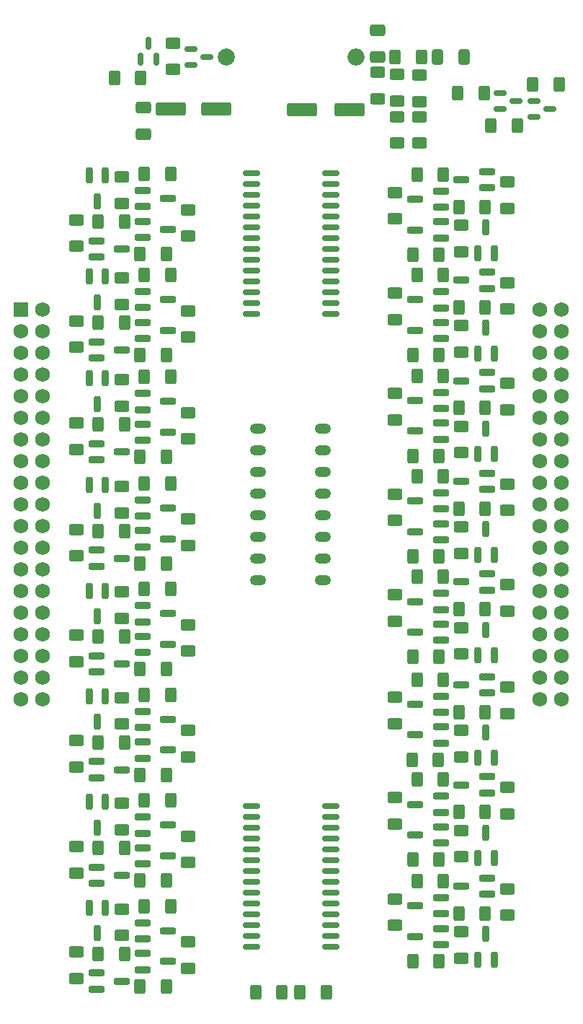
<source format=gbr>
%TF.GenerationSoftware,KiCad,Pcbnew,8.0.6*%
%TF.CreationDate,2024-12-14T19:09:49+00:00*%
%TF.ProjectId,micro,6d696372-6f2e-46b6-9963-61645f706362,rev?*%
%TF.SameCoordinates,Original*%
%TF.FileFunction,Soldermask,Top*%
%TF.FilePolarity,Negative*%
%FSLAX46Y46*%
G04 Gerber Fmt 4.6, Leading zero omitted, Abs format (unit mm)*
G04 Created by KiCad (PCBNEW 8.0.6) date 2024-12-14 19:09:49*
%MOMM*%
%LPD*%
G01*
G04 APERTURE LIST*
G04 Aperture macros list*
%AMRoundRect*
0 Rectangle with rounded corners*
0 $1 Rounding radius*
0 $2 $3 $4 $5 $6 $7 $8 $9 X,Y pos of 4 corners*
0 Add a 4 corners polygon primitive as box body*
4,1,4,$2,$3,$4,$5,$6,$7,$8,$9,$2,$3,0*
0 Add four circle primitives for the rounded corners*
1,1,$1+$1,$2,$3*
1,1,$1+$1,$4,$5*
1,1,$1+$1,$6,$7*
1,1,$1+$1,$8,$9*
0 Add four rect primitives between the rounded corners*
20,1,$1+$1,$2,$3,$4,$5,0*
20,1,$1+$1,$4,$5,$6,$7,0*
20,1,$1+$1,$6,$7,$8,$9,0*
20,1,$1+$1,$8,$9,$2,$3,0*%
G04 Aperture macros list end*
%ADD10RoundRect,0.250000X0.400000X0.625000X-0.400000X0.625000X-0.400000X-0.625000X0.400000X-0.625000X0*%
%ADD11RoundRect,0.250000X-0.400000X-0.625000X0.400000X-0.625000X0.400000X0.625000X-0.400000X0.625000X0*%
%ADD12RoundRect,0.150000X-0.587500X-0.150000X0.587500X-0.150000X0.587500X0.150000X-0.587500X0.150000X0*%
%ADD13RoundRect,0.250000X-0.625000X0.400000X-0.625000X-0.400000X0.625000X-0.400000X0.625000X0.400000X0*%
%ADD14RoundRect,0.200000X-0.200000X0.750000X-0.200000X-0.750000X0.200000X-0.750000X0.200000X0.750000X0*%
%ADD15RoundRect,0.250000X0.625000X-0.400000X0.625000X0.400000X-0.625000X0.400000X-0.625000X-0.400000X0*%
%ADD16RoundRect,0.200000X0.200000X-0.750000X0.200000X0.750000X-0.200000X0.750000X-0.200000X-0.750000X0*%
%ADD17RoundRect,0.102000X-0.762000X-0.762000X0.762000X-0.762000X0.762000X0.762000X-0.762000X0.762000X0*%
%ADD18C,1.728000*%
%ADD19RoundRect,0.200000X-0.750000X-0.200000X0.750000X-0.200000X0.750000X0.200000X-0.750000X0.200000X0*%
%ADD20RoundRect,0.200000X0.750000X0.200000X-0.750000X0.200000X-0.750000X-0.200000X0.750000X-0.200000X0*%
%ADD21RoundRect,0.150000X-0.875000X-0.150000X0.875000X-0.150000X0.875000X0.150000X-0.875000X0.150000X0*%
%ADD22RoundRect,0.250000X-0.412500X-0.650000X0.412500X-0.650000X0.412500X0.650000X-0.412500X0.650000X0*%
%ADD23RoundRect,0.250000X0.650000X-0.412500X0.650000X0.412500X-0.650000X0.412500X-0.650000X-0.412500X0*%
%ADD24O,1.900000X1.200000*%
%ADD25C,2.000000*%
%ADD26O,2.000000X2.000000*%
%ADD27RoundRect,0.250000X-1.500000X-0.550000X1.500000X-0.550000X1.500000X0.550000X-1.500000X0.550000X0*%
%ADD28RoundRect,0.250000X1.500000X0.550000X-1.500000X0.550000X-1.500000X-0.550000X1.500000X-0.550000X0*%
%ADD29RoundRect,0.150000X0.150000X-0.587500X0.150000X0.587500X-0.150000X0.587500X-0.150000X-0.587500X0*%
G04 APERTURE END LIST*
D10*
%TO.C,R108*%
X180537613Y-44600000D03*
X177437613Y-44600000D03*
%TD*%
D11*
%TO.C,R107*%
X172537613Y-49400000D03*
X175637613Y-49400000D03*
%TD*%
D10*
%TO.C,R109*%
X171737613Y-45600000D03*
X168637613Y-45600000D03*
%TD*%
D12*
%TO.C,Q68*%
X175512613Y-46550000D03*
X173637613Y-47500000D03*
X173637613Y-45600000D03*
%TD*%
%TO.C,Q67*%
X179437613Y-47500000D03*
X177562613Y-48450000D03*
X177562613Y-46550000D03*
%TD*%
D13*
%TO.C,R104*%
X174459994Y-138970000D03*
X174459994Y-142070000D03*
%TD*%
D10*
%TO.C,R95*%
X134900000Y-141000000D03*
X131800000Y-141000000D03*
%TD*%
D11*
%TO.C,R22*%
X163859993Y-55170000D03*
X166959993Y-55170000D03*
%TD*%
D13*
%TO.C,R56*%
X174459994Y-91470000D03*
X174459994Y-94570000D03*
%TD*%
%TO.C,R48*%
X129200000Y-91750000D03*
X129200000Y-94850000D03*
%TD*%
D14*
%TO.C,Q59*%
X127250000Y-141200000D03*
X125350000Y-141200000D03*
X126300000Y-144200000D03*
%TD*%
D15*
%TO.C,R66*%
X169059994Y-111420000D03*
X169059994Y-108320000D03*
%TD*%
D16*
%TO.C,Q39*%
X171009994Y-111570000D03*
X172909994Y-111570000D03*
X171959994Y-108570000D03*
%TD*%
D13*
%TO.C,R61*%
X137000000Y-108000000D03*
X137000000Y-111100000D03*
%TD*%
D14*
%TO.C,Q51*%
X127250000Y-128800000D03*
X125350000Y-128800000D03*
X126300000Y-131800000D03*
%TD*%
D13*
%TO.C,R49*%
X137000000Y-95600000D03*
X137000000Y-98700000D03*
%TD*%
D11*
%TO.C,R2*%
X144900000Y-151100000D03*
X148000000Y-151100000D03*
%TD*%
D13*
%TO.C,R73*%
X137000000Y-120400000D03*
X137000000Y-123500000D03*
%TD*%
D15*
%TO.C,R42*%
X169059994Y-87820000D03*
X169059994Y-84720000D03*
%TD*%
D13*
%TO.C,R44*%
X174459994Y-79670000D03*
X174459994Y-82770000D03*
%TD*%
%TO.C,R32*%
X174459994Y-67870000D03*
X174459994Y-70970000D03*
%TD*%
D11*
%TO.C,R89*%
X163359994Y-135570000D03*
X166459994Y-135570000D03*
%TD*%
D17*
%TO.C,U1*%
X117360000Y-70990000D03*
D18*
X119900000Y-70990000D03*
X117360000Y-73530000D03*
X119900000Y-73530000D03*
X117360000Y-76070000D03*
X119900000Y-76070000D03*
X117360000Y-78610000D03*
X119900000Y-78610000D03*
X117360000Y-81150000D03*
X119900000Y-81150000D03*
X117360000Y-83690000D03*
X119900000Y-83690000D03*
X117360000Y-86230000D03*
X119900000Y-86230000D03*
X117360000Y-88770000D03*
X119900000Y-88770000D03*
X117360000Y-91310000D03*
X119900000Y-91310000D03*
X117360000Y-93850000D03*
X119900000Y-93850000D03*
X117360000Y-96390000D03*
X119900000Y-96390000D03*
X117360000Y-98930000D03*
X119900000Y-98930000D03*
X117360000Y-101470000D03*
X119900000Y-101470000D03*
X117360000Y-104010000D03*
X119900000Y-104010000D03*
X117360000Y-106550000D03*
X119900000Y-106550000D03*
X117360000Y-109090000D03*
X119900000Y-109090000D03*
X117360000Y-111630000D03*
X119900000Y-111630000D03*
X117360000Y-114170000D03*
X119900000Y-114170000D03*
X117360000Y-116710000D03*
X119900000Y-116710000D03*
X178320000Y-70990000D03*
X180860000Y-70990000D03*
X178320000Y-73530000D03*
X180860000Y-73530000D03*
X178320000Y-76070000D03*
X180860000Y-76070000D03*
X178320000Y-78610000D03*
X180860000Y-78610000D03*
X178320000Y-81150000D03*
X180860000Y-81150000D03*
X178320000Y-83690000D03*
X180860000Y-83690000D03*
X178320000Y-86230000D03*
X180860000Y-86230000D03*
X178320000Y-88770000D03*
X180860000Y-88770000D03*
X178320000Y-91310000D03*
X180860000Y-91310000D03*
X178320000Y-93850000D03*
X180860000Y-93850000D03*
X178320000Y-96390000D03*
X180860000Y-96390000D03*
X178320000Y-98930000D03*
X180860000Y-98930000D03*
X178320000Y-101470000D03*
X180860000Y-101470000D03*
X178320000Y-104010000D03*
X180860000Y-104010000D03*
X178320000Y-106550000D03*
X180860000Y-106550000D03*
X178320000Y-109090000D03*
X180860000Y-109090000D03*
X178320000Y-111630000D03*
X180860000Y-111630000D03*
X178320000Y-114170000D03*
X180860000Y-114170000D03*
X178320000Y-116710000D03*
X180860000Y-116710000D03*
%TD*%
D19*
%TO.C,Q2*%
X131600000Y-57050000D03*
X131600000Y-58950000D03*
X134600000Y-58000000D03*
%TD*%
D14*
%TO.C,Q43*%
X127250000Y-116400000D03*
X125350000Y-116400000D03*
X126300000Y-119400000D03*
%TD*%
D20*
%TO.C,Q24*%
X166659993Y-86220000D03*
X166659993Y-84320000D03*
X163659993Y-85270000D03*
%TD*%
%TO.C,Q42*%
X172059993Y-103920000D03*
X172059993Y-102020000D03*
X169059993Y-102970000D03*
%TD*%
D15*
%TO.C,R103*%
X161259994Y-143270000D03*
X161259994Y-140170000D03*
%TD*%
D13*
%TO.C,R92*%
X174459994Y-127070000D03*
X174459994Y-130170000D03*
%TD*%
D15*
%TO.C,R50*%
X123800000Y-99900000D03*
X123800000Y-96800000D03*
%TD*%
D19*
%TO.C,Q37*%
X131600000Y-109350000D03*
X131600000Y-111250000D03*
X134600000Y-110300000D03*
%TD*%
D10*
%TO.C,R21*%
X171859993Y-58970000D03*
X168759993Y-58970000D03*
%TD*%
D19*
%TO.C,Q14*%
X126200000Y-74800000D03*
X126200000Y-76700000D03*
X129200000Y-75750000D03*
%TD*%
D15*
%TO.C,R26*%
X123800000Y-75450000D03*
X123800000Y-72350000D03*
%TD*%
D14*
%TO.C,Q27*%
X127250000Y-91600000D03*
X125350000Y-91600000D03*
X126300000Y-94600000D03*
%TD*%
D11*
%TO.C,R34*%
X163859993Y-66970000D03*
X166959993Y-66970000D03*
%TD*%
D20*
%TO.C,Q64*%
X166659993Y-145520000D03*
X166659993Y-143620000D03*
X163659993Y-144570000D03*
%TD*%
D21*
%TO.C,U2*%
X144410000Y-129235000D03*
X144410000Y-130505000D03*
X144410000Y-131775000D03*
X144410000Y-133045000D03*
X144410000Y-134315000D03*
X144410000Y-135585000D03*
X144410000Y-136855000D03*
X144410000Y-138125000D03*
X144410000Y-139395000D03*
X144410000Y-140665000D03*
X144410000Y-141935000D03*
X144410000Y-143205000D03*
X144410000Y-144475000D03*
X144410000Y-145745000D03*
X153710000Y-145745000D03*
X153710000Y-144475000D03*
X153710000Y-143205000D03*
X153710000Y-141935000D03*
X153710000Y-140665000D03*
X153710000Y-139395000D03*
X153710000Y-138125000D03*
X153710000Y-136855000D03*
X153710000Y-135585000D03*
X153710000Y-134315000D03*
X153710000Y-133045000D03*
X153710000Y-131775000D03*
X153710000Y-130505000D03*
X153710000Y-129235000D03*
%TD*%
D15*
%TO.C,R18*%
X169059994Y-64220000D03*
X169059994Y-61120000D03*
%TD*%
D19*
%TO.C,Q53*%
X131600000Y-134150000D03*
X131600000Y-136050000D03*
X134600000Y-135100000D03*
%TD*%
D13*
%TO.C,R15*%
X164150000Y-43500000D03*
X164150000Y-46600000D03*
%TD*%
D10*
%TO.C,R33*%
X171859993Y-70770000D03*
X168759993Y-70770000D03*
%TD*%
%TO.C,R93*%
X171859993Y-129970000D03*
X168759993Y-129970000D03*
%TD*%
D11*
%TO.C,R63*%
X126400000Y-109400000D03*
X129500000Y-109400000D03*
%TD*%
%TO.C,R106*%
X163859993Y-138070000D03*
X166959993Y-138070000D03*
%TD*%
D16*
%TO.C,Q7*%
X171009994Y-64370000D03*
X172909994Y-64370000D03*
X171959994Y-61370000D03*
%TD*%
D15*
%TO.C,R10*%
X135200000Y-42850000D03*
X135200000Y-39750000D03*
%TD*%
D12*
%TO.C,Q6*%
X137325000Y-40450000D03*
X137325000Y-42350000D03*
X139200000Y-41400000D03*
%TD*%
D10*
%TO.C,R76*%
X134400000Y-125600000D03*
X131300000Y-125600000D03*
%TD*%
%TO.C,R35*%
X134900000Y-78900000D03*
X131800000Y-78900000D03*
%TD*%
%TO.C,R100*%
X134400000Y-150400000D03*
X131300000Y-150400000D03*
%TD*%
D19*
%TO.C,Q60*%
X131600000Y-142950000D03*
X131600000Y-144850000D03*
X134600000Y-143900000D03*
%TD*%
D11*
%TO.C,R58*%
X163859993Y-90570000D03*
X166959993Y-90570000D03*
%TD*%
D20*
%TO.C,Q66*%
X172059993Y-139620000D03*
X172059993Y-137720000D03*
X169059993Y-138670000D03*
%TD*%
D15*
%TO.C,R30*%
X169059994Y-76020000D03*
X169059994Y-72920000D03*
%TD*%
D11*
%TO.C,R87*%
X126400000Y-134200000D03*
X129500000Y-134200000D03*
%TD*%
D10*
%TO.C,R83*%
X134900000Y-128600000D03*
X131800000Y-128600000D03*
%TD*%
D20*
%TO.C,Q65*%
X166659993Y-141920000D03*
X166659993Y-140020000D03*
X163659993Y-140970000D03*
%TD*%
D15*
%TO.C,R102*%
X169059994Y-147120000D03*
X169059994Y-144020000D03*
%TD*%
%TO.C,R74*%
X123800000Y-124700000D03*
X123800000Y-121600000D03*
%TD*%
D19*
%TO.C,Q22*%
X126200000Y-86750000D03*
X126200000Y-88650000D03*
X129200000Y-87700000D03*
%TD*%
D22*
%TO.C,C5*%
X166250000Y-41400000D03*
X169375000Y-41400000D03*
%TD*%
D11*
%TO.C,R41*%
X163359994Y-88170000D03*
X166459994Y-88170000D03*
%TD*%
D19*
%TO.C,Q21*%
X131600000Y-84450000D03*
X131600000Y-86350000D03*
X134600000Y-85400000D03*
%TD*%
D16*
%TO.C,Q63*%
X171009994Y-147270000D03*
X172909994Y-147270000D03*
X171959994Y-144270000D03*
%TD*%
D19*
%TO.C,Q54*%
X126200000Y-136450000D03*
X126200000Y-138350000D03*
X129200000Y-137400000D03*
%TD*%
D20*
%TO.C,Q25*%
X166659993Y-82620000D03*
X166659993Y-80720000D03*
X163659993Y-81670000D03*
%TD*%
D10*
%TO.C,R69*%
X171859993Y-106170000D03*
X168759993Y-106170000D03*
%TD*%
D16*
%TO.C,Q47*%
X171009994Y-123620000D03*
X172909994Y-123620000D03*
X171959994Y-120620000D03*
%TD*%
D20*
%TO.C,Q10*%
X172059993Y-56720000D03*
X172059993Y-54820000D03*
X169059993Y-55770000D03*
%TD*%
%TO.C,Q40*%
X166659993Y-109820000D03*
X166659993Y-107920000D03*
X163659993Y-108870000D03*
%TD*%
D19*
%TO.C,Q13*%
X131600000Y-72500000D03*
X131600000Y-74400000D03*
X134600000Y-73450000D03*
%TD*%
D15*
%TO.C,R31*%
X161259994Y-72170000D03*
X161259994Y-69070000D03*
%TD*%
D23*
%TO.C,C4*%
X159200000Y-41350000D03*
X159200000Y-38225000D03*
%TD*%
D13*
%TO.C,R68*%
X174459994Y-103270000D03*
X174459994Y-106370000D03*
%TD*%
%TO.C,R36*%
X129200000Y-79250000D03*
X129200000Y-82350000D03*
%TD*%
%TO.C,R12*%
X161550000Y-43450000D03*
X161550000Y-46550000D03*
%TD*%
D20*
%TO.C,Q32*%
X166659993Y-98020000D03*
X166659993Y-96120000D03*
X163659993Y-97070000D03*
%TD*%
D11*
%TO.C,R29*%
X163359994Y-76370000D03*
X166459994Y-76370000D03*
%TD*%
D13*
%TO.C,R25*%
X137000000Y-71150000D03*
X137000000Y-74250000D03*
%TD*%
%TO.C,R97*%
X137000000Y-145200000D03*
X137000000Y-148300000D03*
%TD*%
D11*
%TO.C,R94*%
X163859993Y-126170000D03*
X166959993Y-126170000D03*
%TD*%
D10*
%TO.C,R40*%
X134400000Y-88300000D03*
X131300000Y-88300000D03*
%TD*%
D15*
%TO.C,R98*%
X123800000Y-149500000D03*
X123800000Y-146400000D03*
%TD*%
D10*
%TO.C,R88*%
X134400000Y-138000000D03*
X131300000Y-138000000D03*
%TD*%
%TO.C,R1*%
X153200000Y-151100000D03*
X150100000Y-151100000D03*
%TD*%
D19*
%TO.C,Q4*%
X126200000Y-62950000D03*
X126200000Y-64850000D03*
X129200000Y-63900000D03*
%TD*%
%TO.C,Q28*%
X131600000Y-93350000D03*
X131600000Y-95250000D03*
X134600000Y-94300000D03*
%TD*%
D10*
%TO.C,R23*%
X134900000Y-66950000D03*
X131800000Y-66950000D03*
%TD*%
D11*
%TO.C,R82*%
X163859993Y-114420000D03*
X166959993Y-114420000D03*
%TD*%
D13*
%TO.C,R11*%
X159200000Y-43200000D03*
X159200000Y-46300000D03*
%TD*%
%TO.C,R96*%
X129200000Y-141350000D03*
X129200000Y-144450000D03*
%TD*%
D19*
%TO.C,Q44*%
X131600000Y-118150000D03*
X131600000Y-120050000D03*
X134600000Y-119100000D03*
%TD*%
D24*
%TO.C,J1*%
X145180000Y-85000000D03*
X152800000Y-85000000D03*
X145180000Y-87540000D03*
X152800000Y-87540000D03*
X145180000Y-90080000D03*
X152800000Y-90080000D03*
X145180000Y-92620000D03*
X152800000Y-92620000D03*
X145180000Y-95160000D03*
X152800000Y-95160000D03*
X145180000Y-97700000D03*
X152800000Y-97700000D03*
X145180000Y-100240000D03*
X152800000Y-100240000D03*
X145180000Y-102780000D03*
X152800000Y-102780000D03*
%TD*%
D15*
%TO.C,R55*%
X161259994Y-95770000D03*
X161259994Y-92670000D03*
%TD*%
D13*
%TO.C,R37*%
X137000000Y-83100000D03*
X137000000Y-86200000D03*
%TD*%
D20*
%TO.C,Q58*%
X172059993Y-127720000D03*
X172059993Y-125820000D03*
X169059993Y-126770000D03*
%TD*%
D11*
%TO.C,R65*%
X163359994Y-111770000D03*
X166459994Y-111770000D03*
%TD*%
D20*
%TO.C,Q26*%
X172059993Y-80320000D03*
X172059993Y-78420000D03*
X169059993Y-79370000D03*
%TD*%
D10*
%TO.C,R47*%
X134900000Y-91400000D03*
X131800000Y-91400000D03*
%TD*%
D13*
%TO.C,R16*%
X164150000Y-48400000D03*
X164150000Y-51500000D03*
%TD*%
%TO.C,R4*%
X129200000Y-55450000D03*
X129200000Y-58550000D03*
%TD*%
D15*
%TO.C,R19*%
X161259994Y-60370000D03*
X161259994Y-57270000D03*
%TD*%
D19*
%TO.C,Q30*%
X126200000Y-99250000D03*
X126200000Y-101150000D03*
X129200000Y-100200000D03*
%TD*%
D11*
%TO.C,R51*%
X126400000Y-97000000D03*
X129500000Y-97000000D03*
%TD*%
D19*
%TO.C,Q20*%
X131600000Y-80850000D03*
X131600000Y-82750000D03*
X134600000Y-81800000D03*
%TD*%
D13*
%TO.C,R24*%
X129200000Y-67300000D03*
X129200000Y-70400000D03*
%TD*%
D20*
%TO.C,Q16*%
X166659993Y-74420000D03*
X166659993Y-72520000D03*
X163659993Y-73470000D03*
%TD*%
D10*
%TO.C,R71*%
X134900000Y-116200000D03*
X131800000Y-116200000D03*
%TD*%
D11*
%TO.C,R70*%
X163859993Y-102370000D03*
X166959993Y-102370000D03*
%TD*%
%TO.C,R101*%
X163359994Y-147470000D03*
X166459994Y-147470000D03*
%TD*%
D20*
%TO.C,Q56*%
X166659993Y-133620000D03*
X166659993Y-131720000D03*
X163659993Y-132670000D03*
%TD*%
D19*
%TO.C,Q46*%
X126200000Y-124050000D03*
X126200000Y-125950000D03*
X129200000Y-125000000D03*
%TD*%
D20*
%TO.C,Q33*%
X166659993Y-94420000D03*
X166659993Y-92520000D03*
X163659993Y-93470000D03*
%TD*%
D13*
%TO.C,R85*%
X137000000Y-132800000D03*
X137000000Y-135900000D03*
%TD*%
D20*
%TO.C,Q9*%
X166659993Y-59020000D03*
X166659993Y-57120000D03*
X163659993Y-58070000D03*
%TD*%
D13*
%TO.C,R20*%
X174459994Y-56070000D03*
X174459994Y-59170000D03*
%TD*%
D11*
%TO.C,R46*%
X163859993Y-78770000D03*
X166959993Y-78770000D03*
%TD*%
%TO.C,R39*%
X126400000Y-84500000D03*
X129500000Y-84500000D03*
%TD*%
D19*
%TO.C,Q3*%
X131600000Y-60650000D03*
X131600000Y-62550000D03*
X134600000Y-61600000D03*
%TD*%
D15*
%TO.C,R79*%
X161259994Y-119620000D03*
X161259994Y-116520000D03*
%TD*%
D16*
%TO.C,Q23*%
X171009994Y-87970000D03*
X172909994Y-87970000D03*
X171959994Y-84970000D03*
%TD*%
D10*
%TO.C,R59*%
X134900000Y-103800000D03*
X131800000Y-103800000D03*
%TD*%
D25*
%TO.C,L1*%
X141487500Y-41365000D03*
D26*
X156727500Y-41365000D03*
%TD*%
D15*
%TO.C,R90*%
X169059994Y-135220000D03*
X169059994Y-132120000D03*
%TD*%
D19*
%TO.C,Q36*%
X131600000Y-105750000D03*
X131600000Y-107650000D03*
X134600000Y-106700000D03*
%TD*%
D13*
%TO.C,R60*%
X129200000Y-104150000D03*
X129200000Y-107250000D03*
%TD*%
D20*
%TO.C,Q34*%
X172059993Y-92120000D03*
X172059993Y-90220000D03*
X169059993Y-91170000D03*
%TD*%
D15*
%TO.C,R86*%
X123800000Y-137100000D03*
X123800000Y-134000000D03*
%TD*%
D11*
%TO.C,R7*%
X126400000Y-60700000D03*
X129500000Y-60700000D03*
%TD*%
D13*
%TO.C,R13*%
X161550000Y-48400000D03*
X161550000Y-51500000D03*
%TD*%
D11*
%TO.C,R77*%
X163259994Y-123820000D03*
X166359994Y-123820000D03*
%TD*%
%TO.C,R75*%
X126400000Y-121800000D03*
X129500000Y-121800000D03*
%TD*%
D14*
%TO.C,Q19*%
X127250000Y-79100000D03*
X125350000Y-79100000D03*
X126300000Y-82100000D03*
%TD*%
D20*
%TO.C,Q18*%
X172059993Y-68520000D03*
X172059993Y-66620000D03*
X169059993Y-67570000D03*
%TD*%
D10*
%TO.C,R64*%
X134400000Y-113200000D03*
X131300000Y-113200000D03*
%TD*%
D11*
%TO.C,R27*%
X126400000Y-72550000D03*
X129500000Y-72550000D03*
%TD*%
D15*
%TO.C,R62*%
X123800000Y-112300000D03*
X123800000Y-109200000D03*
%TD*%
D10*
%TO.C,R57*%
X171859993Y-94370000D03*
X168759993Y-94370000D03*
%TD*%
D16*
%TO.C,Q55*%
X171009994Y-135370000D03*
X172909994Y-135370000D03*
X171959994Y-132370000D03*
%TD*%
D20*
%TO.C,Q57*%
X166659993Y-130020000D03*
X166659993Y-128120000D03*
X163659993Y-129070000D03*
%TD*%
D19*
%TO.C,Q45*%
X131600000Y-121750000D03*
X131600000Y-123650000D03*
X134600000Y-122700000D03*
%TD*%
D11*
%TO.C,R99*%
X126400000Y-146600000D03*
X129500000Y-146600000D03*
%TD*%
%TO.C,R9*%
X128300000Y-43800000D03*
X131400000Y-43800000D03*
%TD*%
D10*
%TO.C,R81*%
X171859993Y-118220000D03*
X168759993Y-118220000D03*
%TD*%
D14*
%TO.C,Q11*%
X127250000Y-67150000D03*
X125350000Y-67150000D03*
X126300000Y-70150000D03*
%TD*%
D20*
%TO.C,Q41*%
X166659993Y-106220000D03*
X166659993Y-104320000D03*
X163659993Y-105270000D03*
%TD*%
D19*
%TO.C,Q38*%
X126200000Y-111650000D03*
X126200000Y-113550000D03*
X129200000Y-112600000D03*
%TD*%
D20*
%TO.C,Q49*%
X166659993Y-118270000D03*
X166659993Y-116370000D03*
X163659993Y-117320000D03*
%TD*%
D13*
%TO.C,R5*%
X137000000Y-59300000D03*
X137000000Y-62400000D03*
%TD*%
D15*
%TO.C,R43*%
X161259994Y-83970000D03*
X161259994Y-80870000D03*
%TD*%
D10*
%TO.C,R105*%
X171859993Y-141870000D03*
X168759993Y-141870000D03*
%TD*%
D14*
%TO.C,Q35*%
X127250000Y-104000000D03*
X125350000Y-104000000D03*
X126300000Y-107000000D03*
%TD*%
D27*
%TO.C,C2*%
X134900000Y-47500000D03*
X140300000Y-47500000D03*
%TD*%
D10*
%TO.C,R45*%
X171859993Y-82570000D03*
X168759993Y-82570000D03*
%TD*%
%TO.C,R3*%
X134900000Y-55100000D03*
X131800000Y-55100000D03*
%TD*%
%TO.C,R8*%
X134400000Y-64500000D03*
X131300000Y-64500000D03*
%TD*%
D15*
%TO.C,R78*%
X169059994Y-123470000D03*
X169059994Y-120370000D03*
%TD*%
D11*
%TO.C,R14*%
X161300000Y-41400000D03*
X164400000Y-41400000D03*
%TD*%
D15*
%TO.C,R54*%
X169059994Y-99620000D03*
X169059994Y-96520000D03*
%TD*%
D13*
%TO.C,R84*%
X129200000Y-128950000D03*
X129200000Y-132050000D03*
%TD*%
D20*
%TO.C,Q8*%
X166659993Y-62620000D03*
X166659993Y-60720000D03*
X163659993Y-61670000D03*
%TD*%
D28*
%TO.C,C3*%
X155900000Y-47600000D03*
X150300000Y-47600000D03*
%TD*%
D15*
%TO.C,R38*%
X123800000Y-87400000D03*
X123800000Y-84300000D03*
%TD*%
D19*
%TO.C,Q52*%
X131600000Y-130550000D03*
X131600000Y-132450000D03*
X134600000Y-131500000D03*
%TD*%
D15*
%TO.C,R6*%
X123800000Y-63600000D03*
X123800000Y-60500000D03*
%TD*%
D10*
%TO.C,R28*%
X134400000Y-76350000D03*
X131300000Y-76350000D03*
%TD*%
D29*
%TO.C,Q5*%
X131350000Y-41675000D03*
X133250000Y-41675000D03*
X132300000Y-39800000D03*
%TD*%
D11*
%TO.C,R17*%
X163359994Y-64570000D03*
X166459994Y-64570000D03*
%TD*%
D23*
%TO.C,C1*%
X131700000Y-50425000D03*
X131700000Y-47300000D03*
%TD*%
D19*
%TO.C,Q62*%
X126200000Y-148850000D03*
X126200000Y-150750000D03*
X129200000Y-149800000D03*
%TD*%
D16*
%TO.C,Q31*%
X171009994Y-99770000D03*
X172909994Y-99770000D03*
X171959994Y-96770000D03*
%TD*%
D10*
%TO.C,R52*%
X134400000Y-100800000D03*
X131300000Y-100800000D03*
%TD*%
D14*
%TO.C,Q1*%
X127250000Y-55300000D03*
X125350000Y-55300000D03*
X126300000Y-58300000D03*
%TD*%
D20*
%TO.C,Q17*%
X166659993Y-70820000D03*
X166659993Y-68920000D03*
X163659993Y-69870000D03*
%TD*%
D19*
%TO.C,Q61*%
X131600000Y-146550000D03*
X131600000Y-148450000D03*
X134600000Y-147500000D03*
%TD*%
D13*
%TO.C,R80*%
X174459994Y-115320000D03*
X174459994Y-118420000D03*
%TD*%
D20*
%TO.C,Q48*%
X166659993Y-121870000D03*
X166659993Y-119970000D03*
X163659993Y-120920000D03*
%TD*%
D11*
%TO.C,R53*%
X163359994Y-99970000D03*
X166459994Y-99970000D03*
%TD*%
D15*
%TO.C,R67*%
X161259994Y-107570000D03*
X161259994Y-104470000D03*
%TD*%
D21*
%TO.C,U3*%
X144400000Y-55050000D03*
X144400000Y-56320000D03*
X144400000Y-57590000D03*
X144400000Y-58860000D03*
X144400000Y-60130000D03*
X144400000Y-61400000D03*
X144400000Y-62670000D03*
X144400000Y-63940000D03*
X144400000Y-65210000D03*
X144400000Y-66480000D03*
X144400000Y-67750000D03*
X144400000Y-69020000D03*
X144400000Y-70290000D03*
X144400000Y-71560000D03*
X153700000Y-71560000D03*
X153700000Y-70290000D03*
X153700000Y-69020000D03*
X153700000Y-67750000D03*
X153700000Y-66480000D03*
X153700000Y-65210000D03*
X153700000Y-63940000D03*
X153700000Y-62670000D03*
X153700000Y-61400000D03*
X153700000Y-60130000D03*
X153700000Y-58860000D03*
X153700000Y-57590000D03*
X153700000Y-56320000D03*
X153700000Y-55050000D03*
%TD*%
D19*
%TO.C,Q12*%
X131600000Y-68900000D03*
X131600000Y-70800000D03*
X134600000Y-69850000D03*
%TD*%
D16*
%TO.C,Q15*%
X171009994Y-76170000D03*
X172909994Y-76170000D03*
X171959994Y-73170000D03*
%TD*%
D15*
%TO.C,R91*%
X161259994Y-131370000D03*
X161259994Y-128270000D03*
%TD*%
D19*
%TO.C,Q29*%
X131600000Y-96950000D03*
X131600000Y-98850000D03*
X134600000Y-97900000D03*
%TD*%
D20*
%TO.C,Q50*%
X172059993Y-115970000D03*
X172059993Y-114070000D03*
X169059993Y-115020000D03*
%TD*%
D13*
%TO.C,R72*%
X129200000Y-116550000D03*
X129200000Y-119650000D03*
%TD*%
M02*

</source>
